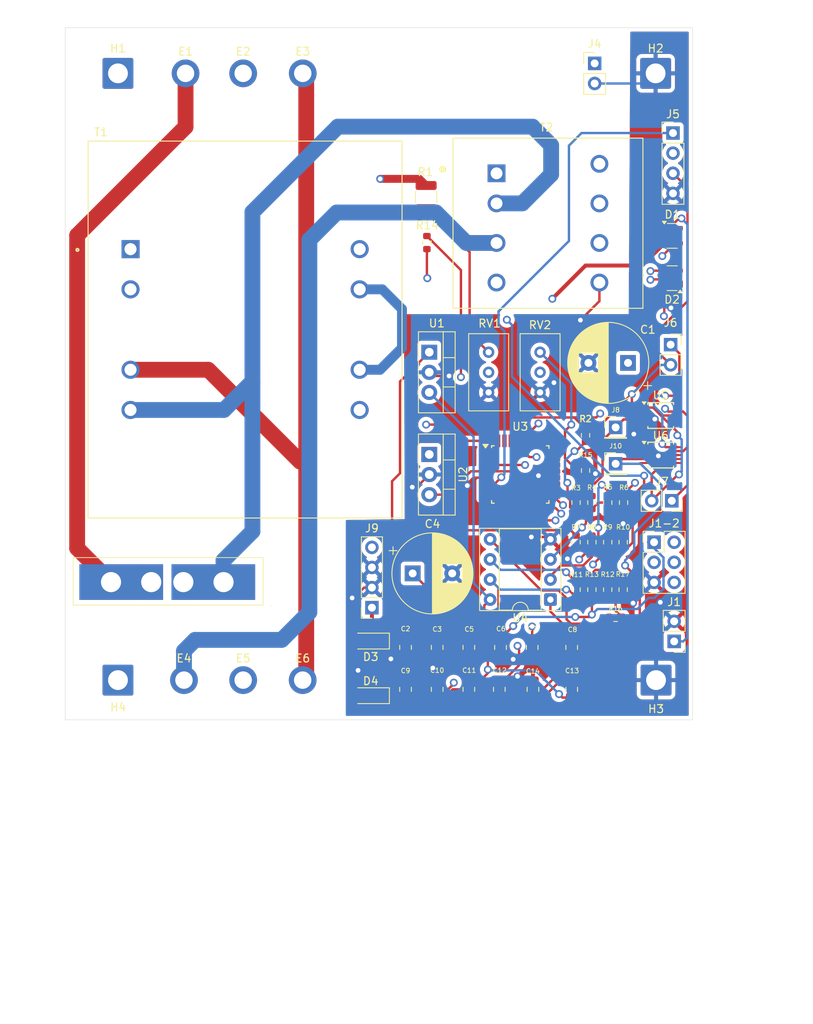
<source format=kicad_pcb>
(kicad_pcb (version 20241229) (generator "pcbnew") (generator_version "9.0")
  (layers (0 "F.Cu" signal) (4 "In1.Cu" signal) (6 "In2.Cu" signal) (2 "B.Cu" signal) (13 "F.Paste" user) (15 "B.Paste" user) (5 "F.SilkS" user "F.Silkscreen") (7 "B.SilkS" user "B.Silkscreen") (1 "F.Mask" user) (3 "B.Mask" user) (25 "Edge.Cuts" user))
  (net 0 "")
  (net 1 "GND")
  (net 2 "Net-(U4B--)")
  (net 3 "Net-(U4A-+)")
  (net 4 "Net-(D3-K)")
  (net 5 "VCC")
  (net 6 "Net-(U4B-+)")
  (net 7 "Net-(U4A--)")
  (net 8 "Net-(F1-Pad2)")
  (net 9 "5v")
  (net 10 "Net-(D1-+)")
  (net 11 "Net-(C10-Pad1)")
  (net 12 "Net-(C11-Pad1)")
  (net 14 "Net-(J1-2-Pin_3)")
  (net 16 "Net-(D1--)")
  (net 18 "Net-(D1-Pad3)")
  (net 19 "Net-(D2-Pad2)")
  (net 44 "Net-(J7-Pin_1)")
  (net 45 "Net-(J5-Pin_1)")
  (net 46 "SDA")
  (net 47 "Net-(D2-+)")
  (net 48 "Net-(C9-Pad2)")
  (net 49 "Net-(D4-K)")
  (net 50 "Net-(C12-Pad2)")
  (net 51 "Net-(C12-Pad1)")
  (net 52 "Net-(R1-Pad1)")
  (net 53 "Net-(D1-Pad2)")
  (net 54 "Net-(R1-Pad2)")
  (net 55 "Net-(P1-L)")
  (net 57 "Net-(J1-2-Pin_5)")
  (net 58 "Net-(J6-Pin_1)")
  (net 59 "Net-(J1-2-Pin_1)")
  (net 60 "Net-(R10-Pad1)")
  (net 61 "Net-(R15-Pad2)")
  (net 62 "Net-(J1-2-Pin_4)")
  (net 63 "Net-(J9-Pin_1)")
  (net 64 "Net-(P1-N)")
  (net 65 "Net-(P2-L)")
  (net 66 "Net-(J4-Pin_1)")
  (footprint "Capacitor_SMD:C_0805_2012Metric_Pad1.18x1.45mm_HandSolder" (layer "F.Cu") (at 159 128.3 -90)
    (property "Reference" "C7")
    (property "Value" "20 nF" (hide yes))
  )
  (footprint "Connector_PinSocket_2.54mm:PinSocket_1x02_P2.54mm_Vertical" (layer "F.Cu") (at 176.65 109.775 -90)
    (property "Reference" "J7")
    (property "Value" "Conn_01x02_Socket" (hide yes))
  )
  (footprint "Capacitor_SMD:C_0805_2012Metric_Pad1.18x1.45mm_HandSolder" (layer "F.Cu") (at 143 133.6 -90)
    (property "Reference" "C9")
    (property "Value" "1.5 uF" (hide yes))
  )
  (footprint "Package_SO:TSSOP-10_3x3mm_P0.5mm" (layer "F.Cu") (at 175.25 99)
    (property "Reference" "U5")
    (property "Value" "ADS1115IDGS" (hide yes))
  )
  (footprint "Capacitor_SMD:C_0805_2012Metric_Pad1.18x1.45mm_HandSolder" (layer "F.Cu") (at 151 133.6 -90)
    (property "Reference" "C11")
    (property "Value" "1.5 uF" (hide yes))
  )
  (footprint "Resistor_SMD:R_0603_1608Metric" (layer "F.Cu") (at 166.55 121 90)
    (property "Reference" "R13")
    (property "Value" "10 K" (hide yes))
  )
  (footprint "Resistor_SMD:R_0603_1608Metric" (layer "F.Cu") (at 145.7 77.15 -90)
    (property "Reference" "R14")
    (property "Value" "10 K" (hide yes))
  )
  (footprint "Package_TO_SOT_SMD:SOT-143" (layer "F.Cu") (at 176.7 81.65 180)
    (property "Reference" "D2")
    (property "Value" "BAS3007" (hide yes))
  )
  (footprint "Resistor_SMD:R_0603_1608Metric" (layer "F.Cu") (at 164.55 110 90)
    (property "Reference" "R3")
    (property "Value" "10 K" (hide yes))
  )
  (footprint "Capacitor_SMD:C_0805_2012Metric_Pad1.18x1.45mm_HandSolder" (layer "F.Cu") (at 164 128.3 -90)
    (property "Reference" "C8")
    (property "Value" "10 nF" (hide yes))
  )
  (footprint "MountingHole:MountingHole_2.2mm_M2_ISO7380_Pad_TopBottom" (layer "F.Cu") (at 122.48 55.768)
    (property "Reference" "E2")
    (property "Value" "TestPoint_Small" (hide yes))
  )
  (footprint "Resistor_SMD:R_0603_1608Metric" (layer "F.Cu") (at 170.55 110 90)
    (property "Reference" "R6")
    (property "Value" "51.1 K" (hide yes))
  )
  (footprint "Capacitor_THT:CP_Radial_D10.0mm_P5.00mm" (layer "F.Cu") (at 143.9 118.95)
    (property "Reference" "C4")
    (property "Value" "100 uF" (hide yes))
  )
  (footprint "Potentiometer_THT:Potentiometer_Bourns_3296W_Vertical" (layer "F.Cu") (at 153.5 91 90)
    (property "Reference" "RV1")
    (property "Value" "10K Pot" (hide yes))
  )
  (footprint "Resistor_SMD:R_0603_1608Metric" (layer "F.Cu") (at 170.5 121 -90)
    (property "Reference" "R17")
    (property "Value" "10 K" (hide yes))
  )
  (footprint "Package_TO_SOT_SMD:SOT-143" (layer "F.Cu") (at 176.7 76.3)
    (property "Reference" "D1")
    (property "Value" "BAS3007" (hide yes))
  )
  (footprint "Package_TO_SOT_THT:TO-220-3_Vertical" (layer "F.Cu") (at 146 91 -90)
    (property "Reference" "U1")
    (property "Value" "12 V Regulator" (hide yes))
  )
  (footprint "Package_DIP:DIP-8_W7.62mm_Socket" (layer "F.Cu") (at 161.31 122.26 180)
    (property "Reference" "U4")
    (property "Value" "LM358" (hide yes))
  )
  (footprint "Diode_SMD:D_SOD-123" (layer "F.Cu") (at 138.6 127.5 180)
    (property "Reference" "D3")
    (property "Value" "D_Zener" (hide yes))
  )
  (footprint "Connector_PinHeader_2.54mm:PinHeader_1x04_P2.54mm_Vertical" (layer "F.Cu") (at 176.8 63.31)
    (property "Reference" "J5")
    (property "Value" "Conn_01x04_Pin" (hide yes))
  )
  (footprint "Resistor_SMD:R_0603_1608Metric" (layer "F.Cu") (at 166.55 115 90)
    (property "Reference" "R8")
    (property "Value" "10 K" (hide yes))
  )
  (footprint "Capacitor_SMD:C_0805_2012Metric_Pad1.18x1.45mm_HandSolder" (layer "F.Cu") (at 164 133.6 -90)
    (property "Reference" "C13")
    (property "Value" "10 nF" (hide yes))
  )
  (footprint "Fuse:Fuseholder_Keystone_3555-2" (layer "F.Cu") (at 92 119.05)
    (property "Reference" "F1" (hide yes))
    (property "Value" "Fuse" (hide yes))
  )
  (footprint "Resistor_SMD:R_0603_1608Metric" (layer "F.Cu") (at 169.55 124.5 180)
    (property "Reference" "R16")
    (property "Value" "20 K" (hide yes))
  )
  (footprint "Capacitor_SMD:C_0805_2012Metric_Pad1.18x1.45mm_HandSolder" (layer "F.Cu") (at 151 128.3 -90)
    (property "Reference" "C5")
    (property "Value" "1 uF" (hide yes))
  )
  (footprint "MountingHole:MountingHole_2.2mm_M2_ISO7380_Pad_TopBottom" (layer "F.Cu") (at 115 132.431)
    (property "Reference" "E4")
    (property "Value" "TestPoint_Small" (hide yes))
  )
  (footprint "Connector_PinHeader_2.54mm:PinHeader_1x02_P2.54mm_Vertical" (layer "F.Cu") (at 166.9 54.51)
    (property "Reference" "J4")
    (property "Value" "Conn_01x02_Pin" (hide yes))
  )
  (footprint "Resistor_SMD:R_0603_1608Metric" (layer "F.Cu") (at 168.55 121 90)
    (property "Reference" "R12")
    (property "Value" "51.1 K" (hide yes))
  )
  (footprint "Capacitor_SMD:C_0805_2012Metric_Pad1.18x1.45mm_HandSolder" (layer "F.Cu") (at 143 128.3 -90)
    (property "Reference" "C2")
    (property "Value" "1 uF" (hide yes))
  )
  (footprint "MountingHole:MountingHole_2.2mm_M2_ISO7380_Pad_TopBottom" (layer "F.Cu") (at 130.01 55.768)
    (property "Reference" "E3")
    (property "Value" "TestPoint_Small" (hide yes))
  )
  (footprint "Resistor_SMD:R_0603_1608Metric" (layer "F.Cu") (at 165.75 101.5 90)
    (property "Reference" "R2")
    (property "Value" "10 K" (hide yes))
  )
  (footprint "Connector_Wire:SolderWire-2sqmm_1x01_D2mm_OD3.9mm" (layer "F.Cu") (at 174.659 132.431)
    (property "Reference" "H3")
    (property "Value" "Hole" (hide yes))
  )
  (footprint "Connector_PinSocket_2.54mm:PinSocket_1x04_P2.54mm_Vertical" (layer "F.Cu") (at 138.75 123.28 180)
    (property "Reference" "J9")
    (property "Value" "Conn_01x04_Socket" (hide yes))
  )
  (footprint "Connector_PinHeader_2.54mm:PinHeader_1x02_P2.54mm_Vertical" (layer "F.Cu") (at 176.95 127.54 180)
    (property "Reference" "J1")
    (property "Value" "Conn_01x02_Pin" (hide yes))
  )
  (footprint "Connector_Wire:SolderWire-2sqmm_1x01_D2mm_OD3.9mm" (layer "F.Cu") (at 106.659 55.768)
    (property "Reference" "H1")
    (property "Value" "Hole")
  )
  (footprint "Connector_PinSocket_2.54mm:PinSocket_1x02_P2.54mm_Vertical" (layer "F.Cu") (at 176.5 90.05)
    (property "Reference" "J6")
    (property "Value" "Conn_01x02_Socket" (hide yes))
  )
  (footprint "Resistor_SMD:R_0603_1608Metric" (layer "F.Cu") (at 164.55 121 -90)
    (property "Reference" "R11")
    (property "Value" "10 K" (hide yes))
  )
  (footprint "Connector_PinHeader_2.54mm:PinHeader_1x01_P2.54mm_Vertical" (layer "F.Cu") (at 169.55 105.1)
    (property "Reference" "J10")
    (property "Value" "Conn_01x01_Pin" (hide yes))
  )
  (footprint "Resistor_SMD:R_1210_3225Metric" (layer "F.Cu") (at 145.6 71.4 90)
    (property "Reference" "R1")
    (property "Value" "240 K" (hide yes))
  )
  (footprint "Potentiometer_THT:Potentiometer_Bourns_3296W_Vertical" (layer "F.Cu") (at 160 91 90)
    (property "Reference" "RV2")
    (property "Value" "10 K Pot" (hide yes))
  )
  (footprint "MountingHole:MountingHole_2.2mm_M2_ISO7380_Pad_TopBottom" (layer "F.Cu") (at 115.2 55.768)
    (property "Reference" "E1")
    (property "Value" "TestPoint_Small" (hide yes))
  )
  (footprint "Resistor_SMD:R_0603_1608Metric" (layer "F.Cu") (at 170.5 115 90)
    (property "Reference" "R10")
    (property "Value" "1 K" (hide yes))
  )
  (footprint "Resistor_SMD:R_0603_1608Metric" (layer "F.Cu") (at 166.55 110 90)
    (property "Reference" "R4")
    (property "Value" "20 K" (hide yes))
  )
  (footprint "Package_QFP:TQFP-32_7x7mm_P0.8mm" (layer "F.Cu") (at 157.5 106.45)
    (property "Reference" "U3")
    (property "Value" "ATmega328PB-A" (hide yes))
  )
  (footprint "Resistor_SMD:R_0603_1608Metric" (layer "F.Cu") (at 165.75 105.95 90)
    (property "Reference" "R15")
    (property "Value" "30" (hide yes))
  )
  (footprint "MountingHole:MountingHole_2.2mm_M2_ISO7380_Pad_TopBottom" (layer "F.Cu") (at 130 132.431)
    (property "Reference" "E6")
    (property "Value" "TestPoint_Small")
  )
  (footprint "Resistor_SMD:R_0603_1608Metric" (layer "F.Cu") (at 168.55 110 90)
    (property "Reference" "R5")
    (property "Value" "10 K" (hide yes))
  )
  (footprint "Resistor_SMD:R_0603_1608Metric" (layer "F.Cu") (at 168.55 115 -90)
    (property "Reference" "R9")
    (property "Value" "3 K" (hide yes))
  )
  (footprint "Package_TO_SOT_THT:TO-220-3_Vertical" (layer "F.Cu") (at 146 103.92 -90)
    (property "Reference" "U2")
    (property "Value" "5 V Regulator" (hide yes))
  )
  (footprint "Connector_PinHeader_2.54mm:PinHeader_1x01_P2.54mm_Vertical" (layer "F.Cu") (at 169.55 100.5)
    (property "Reference" "J8")
    (property "Value" "Conn_01x01_Pin" (hide yes))
  )
  (footprint "Connector_PinHeader_2.54mm:PinHeader_2x03_P2.54mm_Vertical" (layer "F.Cu") (at 174.41 115.01)
    (property "Reference" "J1-2")
    (property "Value" "Conn_02x03_Odd_Even" (hide yes))
  )
  (footprint "Custom Transformers:XFMR_CSE185L" (layer "F.Cu") (at 161 74.7)
    (property "Reference" "T2")
    (property "Value" "CSE185L" (hide yes))
  )
  (footprint "Capacitor_SMD:C_0805_2012Metric_Pad1.18x1.45mm_HandSolder" (layer "F.Cu") (at 155 128.3 -90)
    (property "Reference" "C6")
    (property "Value" "1 uF" (hide yes))
  )
  (footprint "Package_SO:TSSOP-10_3x3mm_P0.5mm" (layer "F.Cu") (at 175.25 104)
    (property "Reference" "U6")
    (property "Value" "ADS1115IDGS" (hide yes))
  )
  (footprint "Connector_Wire:SolderWire-2sqmm_1x01_D2mm_OD3.9mm" (layer "F.Cu") (at 174.603 55.768)
    (property "Reference" "H2")
    (property "Value" "Hole")
  )
  (footprint "Custom Transformers:XFMR_VPP12-800" (layer "F.Cu") (at 122.722 88.14)
    (property "Reference" "T1")
    (property "Value" "VPP12-800" (hide yes))
  )
  (footprint "Diode_SMD:D_SOD-123" (layer "F.Cu") (at 138.6 134.4 180)
    (property "Reference" "D4")
    (property "Value" "D_Zener" (hide yes))
  )
  (footprint "Capacitor_SMD:C_0805_2012Metric_Pad1.18x1.45mm_HandSolder" (layer "F.Cu") (at 147 128.3 -90)
    (property "Reference" "C3")
    (property "Value" "1 uF" (hide yes))
  )
  (footprint "Capacitor_SMD:C_0805_2012Metric_Pad1.18x1.45mm_HandSolder" (layer "F.Cu") (at 159.1 133.6 -90)
    (property "Reference" "C14")
    (property "Value" "22 nF" (hide yes))
  )
  (footprint "MountingHole:MountingHole_2.2mm_M2_ISO7380_Pad_TopBottom" (layer "F.Cu") (at 122.48 132.431)
    (property "Reference" "E5")
    (property "Value" "TestPoint_Small")
  )
  (footprint "Connector_Wire:SolderWire-2sqmm_1x01_D2mm_OD3.9mm" (layer "F.Cu") (at 106.659 132.431)
    (property "Reference" "H4")
    (property "Value" "Hole" (hide yes))
  )
  (footprint "Capacitor_THT:CP_Radial_D10.0mm_P5.00mm" (layer "F.Cu") (at 171.117677 92.35 180)
    (property "Reference" "C1")
    (property "Value" "100 uF" (hide yes))
  )
  (footprint "Resistor_SMD:R_0603_1608Metric" (layer "F.Cu") (at 164.55 115 -90)
    (property "Reference" "R7")
    (property "Value" "10 K" (hide yes))
  )
  (footprint "Capacitor_SMD:C_0805_2012Metric_Pad1.18x1.45mm_HandSolder" (layer "F.Cu") (at 154.85 133.6 -90)
    (property "Reference" "C12")
    (property "Value" "1.5 uF" (hide yes))
  )
  (footprint "Capacitor_SMD:C_0805_2012Metric_Pad1.18x1.45mm_HandSolder" (layer "F.Cu") (at 147 133.6 90)
    (property "Reference" "C10")
    (property "Value" "1.5 uF" (hide yes))
  )
  (gr_rect (start 100 50) (end 179.28 137.4522) (stroke (width 0.05)) (fill no) (layer "Edge.Cuts"))
  (segment (start 173.85 103) (end 173.1 103) (width 0.3) (layer "F.Cu") (net 1))
  (segment (start 151.8 106.85) (end 153.25 106.85) (width 0.3) (layer "F.Cu") (net 1))
  (segment (start 165.1 86.95) (end 167.5 84.55) (width 0.3) (layer "F.Cu") (net 1))
  (segment (start 167 106.35) (end 166.175 106.35) (width 0.3) (layer "F.Cu") (net 1))
  (segment (start 136.95 134.4) (end 136.95 131.25) (width 0.3) (layer "F.Cu") (net 1))
  (segment (start 174.95 104.1) (end 173.2 104) (width 0.3) (layer "F.Cu") (net 1))
  (segment (start 146.46 94) (end 146 93.54) (width 0.3) (layer "F.Cu") (net 1))
  (segment (start 161.75 94.85) (end 161.23 94.85) (width 0.3) (layer "F.Cu") (net 1))
  (segment (start 143.85 108.05) (end 144.41 108.05) (width 0.3) (layer "F.Cu") (net 1))
  (segment (start 137.76 120.74) (end 138.75 120.74) (width 0.3) (layer "F.Cu") (net 1))
  (segment (start 171.85 101.35) (end 171.85 101.75) (width 0.3) (layer "F.Cu") (net 1))
  (segment (start 171.75 122.7) (end 171.375 122.7) (width 0.3) (layer "F.Cu") (net 1))
  (segment (start 136.25 122.05) (end 136.45 122.05) (width 0.3) (layer "F.Cu") (net 1))
  (segment (start 163.45 116.925) (end 164.55 115.825) (width 0.3) (layer "F.Cu") (net 1))
  (segment (start 177.7 84.25) (end 177.7 82.4) (width 0.3) (layer "F.Cu") (net 1))
  (segment (start 170.5 112.65) (end 170.5 114.175) (width 0.3) (layer "F.Cu") (net 1))
  (segment (start 136.95 131.25) (end 137 131.2) (width 0.3) (layer "F.Cu") (net 1))
  (segment (start 174.95 104.1) (end 173.85 103) (width 0.3) (layer "F.Cu") (net 1))
  (segment (start 136.45 122.05) (end 137.76 120.74) (width 0.3) (layer "F.Cu") (net 1))
  (segment (start 167.5 84.55) (end 167.5 82.2) (width 0.3) (layer "F.Cu") (net 1))
  (segment (start 176.55 85.4) (end 177.7 84.25) (width 0.3) (layer "F.Cu") (net 1))
  (segment (start 158.9 114.35) (end 161.02 114.35) (width 0.3) (layer "F.Cu") (net 1))
  (segment (start 160.35 106.05) (end 161.75 106.05) (width 0.3) (layer "F.Cu") (net 1))
  (segment (start 174.05 99) (end 173.1 99) (width 0.3) (layer "F.Cu") (net 1))
  (segment (start 166.175 106.35) (end 165.75 106.775) (width 0.3) (layer "F.Cu") (net 1))
  (segment (start 159.8 106.6) (end 160.35 106.05) (width 0.3) (layer "F.Cu") (net 1))
  (segment (start 144.41 108.05) (end 146 106.46) (width 0.3) (layer "F.Cu") (net 1))
  (segment (start 171.375 122.7) (end 170.5 121.825) (width 0.3) (layer "F.Cu") (net 1))
  (segment (start 163.45 117.1) (end 163.45 116.925) (width 0.3) (layer "F.Cu") (net 1))
  (segment (start 148.5 94) (end 146.46 94) (width 0.3) (layer "F.Cu") (net 1))
  (segment (start 174.5 99.45) (end 174.05 99) (width 0.3) (layer "F.Cu") (net 1))
  (segment (start 161.23 94.85) (end 160 96.08) (width 0.3) (layer "F.Cu") (net 1))
  (segment (start 150.8 107.85) (end 151.8 106.85) (width 0.3) (layer "F.Cu") (net 1))
  (segment (start 142.5875 129.75) (end 143 129.3375) (width 0.3) (layer "F.Cu") (net 1))
  (segment (start 161.02 114.35) (end 161.31 114.64) (width 0.3) (layer "F.Cu") (net 1))
  (segment (start 141.15 129.75) (end 142.5875 129.75) (width 0.3) (layer "F.Cu") (net 1))
  (segment (start 171.85 101.75) (end 173.1 103) (width 0.3) (layer "F.Cu") (net 1))
  (via (at 167 106.35) (size 1) (drill 0.6) (layers "F.Cu" "B.Cu") (net 1))
  (via (at 176.55 85.4) (size 1) (drill 0.6) (layers "F.Cu" "B.Cu") (net 1))
  (via (at 174.5 99.45) (size 1) (drill 0.6) (layers "F.Cu" "B.Cu") (net 1))
  (via (at 165.1 86.95) (size 1) (drill 0.6) (layers "F.Cu" "B.Cu") (net 1))
  (via (at 163.45 117.1) (size 1) (drill 0.6) (layers "F.Cu" "B.Cu") (net 1))
  (via (at 170.5 112.65) (size 1) (drill 0.6) (layers "F.Cu" "B.Cu") (net 1))
  (via (at 148.5 94) (size 1) (drill 0.6) (layers "F.Cu" "B.Cu") (net 1))
  (via (at 156.6 129.8) (size 1) (drill 0.6) (layers "F.Cu" "B.Cu") (net 1))
  (via (at 175.2 122.6) (size 1) (drill 0.6) (layers "F.Cu" "B.Cu") (net 1))
  (via (at 159.8 106.6) (size 1) (drill 0.6) (layers "F.Cu" "B.Cu") (net 1))
  (via (at 136.25 122.05) (size 1) (drill 0.6) (layers "F.Cu" "B.Cu") (net 1))
  (via (at 137 131.2) (size 1) (drill 0.6) (layers "F.Cu" "B.Cu") (net 1))
  (via (at 171.85 101.35) (size 1) (drill 0.6) (layers "F.Cu" "B.Cu") (net 1))
  (via (at 150.8 107.85) (size 1) (drill 0.6) (layers "F.Cu" "B.Cu") (net 1))
  (via (at 174.95 104.1) (size 1) (drill 0.6) (layers "F.Cu" "B.Cu") (net 1))
  (via (at 158.9 114.35) (size 1) (drill 0.6) (layers "F.Cu" "B.Cu") (net 1))
  (via (at 141.15 129.75) (size 1) (drill 0.6) (layers "F.Cu" "B.Cu") (net 1))
  (via (at 146.45 130.9) (size 1) (drill 0.6) (layers "F.Cu" "B.Cu") (net 1))
  (via (at 171.75 122.7) (size 1) (drill 0.6) (layers "F.Cu" "B.Cu") (net 1))
  (via (at 157.15 131.95) (size 1) (drill 0.6) (layers "F.Cu" "B.Cu") (net 1))
  (via (at 143.85 108.05) (size 1) (drill 0.6) (layers "F.Cu" "B.Cu") (net 1))
  (via (at 161.75 94.85) (size 1) (drill 0.6) (layers "F.Cu" "B.Cu") (net 1))
  (segment (start 173.321 57.05) (end 166.9 57.05) (width 0.3) (layer "B.Cu") (net 1))
  (segment (start 174.603 55.768) (end 173.321 57.05) (width 0.3) (layer "B.Cu") (net 1))
  (segment (start 150 80.625) (end 145.7 76.325) (width 0.3) (layer "F.Cu") (net 2))
  (segment (start 164.55 120.05) (end 163.3 118.8) (width 0.3) (layer "F.Cu") (net 2))
  (segment (start 150 94.15) (end 150 80.625) (width 0.3) (layer "F.Cu") (net 2))
  (segment (start 164.55 120.175) (end 164.55 120.05) (width 0.3) (layer "F.Cu") (net 2))
  (via (at 163.3 118.8) (size 1) (drill 0.6) (layers "F.Cu" "B.Cu") (net 2))
  (via (at 150 94.15) (size 1) (drill 0.6) (layers "F.Cu" "B.Cu") (net 2))
  (segment (start 163.3 118.8) (end 163 118.5) (width 0.3) (layer "B.Cu") (net 2))
  (segment (start 163 118.5) (end 155.01 118.5) (width 0.3) (layer "B.Cu") (net 2))
  (segment (start 155.01 118.5) (end 153.69 117.18) (width 0.3) (layer "B.Cu") (net 2))
  (segment (start 165.3 113.15) (end 165.801 112.649) (width 0.3) (layer "F.Cu") (net 3))
  (segment (start 164 127.2625) (end 159 127.2625) (width 0.3) (layer "F.Cu") (net 3))
  (segment (start 165.801 112.649) (end 165.801 109.924) (width 0.3) (layer "F.Cu") (net 3))
  (segment (start 159 127.2625) (end 159 125.65) (width 0.3) (layer "F.Cu") (net 3))
  (segment (start 165.801 109.924) (end 166.55 109.175) (width 0.3) (layer "F.Cu") (net 3))
  (via (at 159 125.65) (size 1) (drill 0.6) (layers "F.Cu" "B.Cu") (net 3))
  (via (at 165.3 113.15) (size 1) (drill 0.6) (layers "F.Cu" "B.Cu") (net 3))
  (segment (start 165.3 113.15) (end 165.3 113.19) (width 0.3) (layer "B.Cu") (net 3))
  (segment (start 165.3 113.19) (end 161.31 117.18) (width 0.3) (layer "B.Cu") (net 3))
  (segment (start 173.1 99.5) (end 170.55 99.5) (width 0.3) (layer "F.Cu") (net 4))
  (segment (start 141.85 122.25) (end 141.85 116.3) (width 0.3) (layer "F.Cu") (net 4))
  (segment (start 167.049 107.438925) (end 167.488925 106.999) (width 0.3) (layer "F.Cu") (net 4))
  (segment (start 145.35 125.75) (end 141.85 122.25) (width 0.3) (layer "F.Cu") (net 4))
  (segment (start 167.9 102.15) (end 169.55 100.5) (width 0.3) (layer "F.Cu") (net 4))
  (segment (start 165.85 108.65) (end 167.049 107.451) (width 0.3) (layer "F.Cu") (net 4))
  (segment (start 170.55 99.5) (end 169.55 100.5) (width 0.3) (layer "F.Cu") (net 4))
  (segment (start 167.501 106.999) (end 167.9 106.6) (width 0.3) (layer "F.Cu") (net 4))
  (segment (start 163.875 113.5) (end 164.55 114.175) (width 0.3) (layer "F.Cu") (net 4))
  (segment (start 140.9 131.15) (end 140.25 130.5) (width 0.3) (layer "F.Cu") (net 4))
  (segment (start 143.95 131.15) (end 145.35 129.75) (width 0.3) (layer "F.Cu") (net 4))
  (segment (start 165.4 111.2) (end 165.4 110.025) (width 0.3) (layer "F.Cu") (net 4))
  (segment (start 141.85 116.3) (end 144.65 113.5) (width 0.3) (layer "F.Cu") (net 4))
  (segment (start 162.85 113.5) (end 163.1 113.5) (width 0.3) (layer "F.Cu") (net 4))
  (segment (start 163.1 113.5) (end 165.4 111.2) (width 0.3) (layer "F.Cu") (net 4))
  (segment (start 145.5875 131.15) (end 143.25 131.15) (width 0.3) (layer "F.Cu") (net 4))
  (segment (start 167.049 107.451) (end 167.049 107.438925) (width 0.3) (layer "F.Cu") (net 4))
  (segment (start 164.55 109.175) (end 165.075 108.65) (width 0.3) (layer "F.Cu") (net 4))
  (segment (start 162.85 113.5) (end 163.875 113.5) (width 0.3) (layer "F.Cu") (net 4))
  (segment (start 147 132.5625) (end 145.5875 131.15) (width 0.3) (layer "F.Cu") (net 4))
  (segment (start 167.488925 106.999) (end 167.501 106.999) (width 0.3) (layer "F.Cu") (net 4))
  (segment (start 165.4 110.025) (end 164.55 109.175) (width 0.3) (layer "F.Cu") (net 4))
  (segment (start 144.65 113.5) (end 162.85 113.5) (width 0.3) (layer "F.Cu") (net 4))
  (segment (start 140.25 130.5) (end 140.25 127.5) (width 0.3) (layer "F.Cu") (net 4))
  (segment (start 143.25 131.15) (end 143.95 131.15) (width 0.3) (layer "F.Cu") (net 4))
  (segment (start 167.9 106.6) (end 167.9 102.15) (width 0.3) (layer "F.Cu") (net 4))
  (segment (start 165.075 108.65) (end 165.85 108.65) (width 0.3) (layer "F.Cu") (net 4))
  (segment (start 143.25 131.15) (end 140.9 131.15) (width 0.3) (layer "F.Cu") (net 4))
  (segment (start 145.35 129.75) (end 145.35 125.75) (width 0.3) (layer "F.Cu") (net 4))
  (segment (start 152.95 127.2) (end 152.95 123) (width 0.3) (layer "F.Cu") (net 5))
  (segment (start 147.9375 128.2) (end 151.95 128.2) (width 0.3) (layer "F.Cu") (net 5))
  (segment (start 151.95 128.2) (end 152.95 127.2) (width 0.3) (layer "F.Cu") (net 5))
  (segment (start 152.95 123) (end 153.69 122.26) (width 0.3) (layer "F.Cu") (net 5))
  (segment (start 167.8 116.706873) (end 167.8 114.925) (width 0.3) (layer "F.Cu") (net 5))
  (segment (start 147 127.2625) (end 147.9375 128.2) (width 0.3) (layer "F.Cu") (net 5))
  (segment (start 166.689648 117.817225) (end 167.8 116.706873) (width 0.3) (layer "F.Cu") (net 5))
  (segment (start 167.8 114.925) (end 168.55 114.175) (width 0.3) (layer "F.Cu") (net 5))
  (via (at 166.689648 117.817225) (size 1) (drill 0.6) (layers "F.Cu" "B.Cu") (net 5))
  (segment (start 151.6 120.17) (end 151.6 101.68) (width 0.3) (layer "B.Cu") (net 5))
  (segment (start 153.69 122.26) (end 151.6 120.17) (width 0.3) (layer "B.Cu") (net 5))
  (segment (start 151.6 101.68) (end 146 96.08) (width 0.3) (layer "B.Cu") (net 5))
  (segment (start 163.35 124.75) (end 163.35 122.1) (width 0.3) (layer "F.Cu") (net 6))
  (segment (start 162.35 121.1) (end 160.15 121.1) (width 0.3) (layer "F.Cu") (net 6))
  (segment (start 168.725 127.8375) (end 164 132.5625) (width 0.3) (layer "F.Cu") (net 6))
  (segment (start 159.1 134.6375) (end 160.4125 134.6375) (width 0.3) (layer "F.Cu") (net 6))
  (segment (start 168.725 124.5) (end 167.925 125.3) (width 0.3) (layer "F.Cu") (net 6))
  (segment (start 167.925 125.3) (end 163.9 125.3) (width 0.3) (layer "F.Cu") (net 6))
  (segment (start 160.15 121.1) (end 153.69 114.64) (width 0.3) (layer "F.Cu") (net 6))
  (segment (start 162.4875 132.5625) (end 164 132.5625) (width 0.3) (layer "F.Cu") (net 6))
  (segment (start 168.725 124.5) (end 168.725 127.8375) (width 0.3) (layer "F.Cu") (net 6))
  (segment (start 163.9 125.3) (end 163.35 124.75) (width 0.3) (layer "F.Cu") (net 6))
  (segment (start 160.4125 134.6375) (end 162.4875 132.5625) (width 0.3) (layer "F.Cu") (net 6))
  (segment (start 163.35 122.1) (end 162.35 121.1) (width 0.3) (layer "F.Cu") (net 6))
  (segment (start 161.31 119.29) (end 162.65 117.95) (width 0.3) (layer "F.Cu") (net 7))
  (segment (start 165.45 117.95) (end 166.55 116.85) (width 0.3) (layer "F.Cu") (net 7))
  (segment (start 161.31 119.72) (end 161.31 119.29) (width 0.3) (layer "F.Cu") (net 7))
  (segment (start 167.8 107.75) (end 168.55 108.5) (width 0.3) (layer "F.Cu") (net 7))
  (segment (start 168.55 108.5) (end 168.55 109.175) (width 0.3) (layer "F.Cu") (net 7))
  (segment (start 162.65 117.95) (end 165.45 117.95) (width 0.3) (layer "F.Cu") (net 7))
  (segment (start 166.55 116.85) (end 166.55 115.825) (width 0.3) (layer "F.Cu") (net 7))
  (segment (start 167.369669 115.005331) (end 167.369669 113.180331) (width 0.3) (layer "F.Cu") (net 7))
  (segment (start 166.55 115.825) (end 167.369669 115.005331) (width 0.3) (layer "F.Cu") (net 7))
  (via (at 167.369669 113.180331) (size 1) (drill 0.6) (layers "F.Cu" "B.Cu") (net 7))
  (via (at 167.8 107.75) (size 1) (drill 0.6) (layers "F.Cu" "B.Cu") (net 7))
  (segment (start 167.369669 108.180331) (end 167.8 107.75) (width 0.3) (layer "B.Cu") (net 7))
  (segment (start 167.369669 113.180331) (end 167.369669 108.180331) (width 0.3) (layer "B.Cu") (net 7))
  (segment (start 120 117.3) (end 120 120.05) (width 2) (layer "B.Cu") (net 8))
  (segment (start 123.65 94.7) (end 123.65 73.3) (width 2) (layer "B.Cu") (net 8))
  (segment (start 123.65 113.65) (end 120 117.3) (width 2) (layer "B.Cu") (net 8))
  (segment (start 123.65 94.7) (end 123.65 113.65) (width 2) (layer "B.Cu") (net 8))
  (segment (start 120.05 98.3) (end 123.65 94.7) (width 2) (layer "B.Cu") (net 8))
  (segment (start 120 118.71) (end 120.04 118.75) (width 2) (layer "B.Cu") (net 8))
  (segment (start 161.4 64.85) (end 161.4 68.55) (width 2) (layer "B.Cu") (net 8))
  (segment (start 123.65 73.3) (end 134.45 62.5) (width 2) (layer "B.Cu") (net 8))
  (segment (start 157.75 72.2) (end 154.5 72.2) (width 2) (layer "B.Cu") (net 8))
  (segment (start 108.244 98.3) (end 120.05 98.3) (width 2) (layer "B.Cu") (net 8))
  (segment (start 161.4 68.55) (end 157.75 72.2) (width 2) (layer "B.Cu") (net 8))
  (segment (start 134.45 62.5) (end 159.05 62.5) (width 2) (layer "B.Cu") (net 8))
  (segment (start 159.05 62.5) (end 161.4 64.85) (width 2) (layer "B.Cu") (net 8))
  (segment (start 155 127.2) (end 156.6 125.6) (width 0.3) (layer "F.Cu") (net 9))
  (segment (start 158.85 108.45) (end 156.45 106.05) (width 0.3) (layer "F.Cu") (net 9))
  (segment (start 177.35 101.5) (end 177.35 101.073) (width 0.3) (layer "F.Cu") (net 9))
  (segment (start 164.575 103.5) (end 165.75 102.325) (width 0.3) (layer "F.Cu") (net 9))
  (segment (start 162.55 108.45) (end 161.75 108.45) (width 0.3) (layer "F.Cu") (net 9))
  (segment (start 148.3 109) (end 146 109) (width 0.3) (layer "F.Cu") (net 9))
  (segment (start 155 127.2625) (end 155 127.2) (width 0.3) (layer "F.Cu") (net 9))
  (segment (start 178.629 70.219) (end 178.629 84.571) (width 0.3) (layer "F.Cu") (net 9))
  (segment (start 175.277 99) (end 175.0885 98.8115) (width 0.3) (layer "F.Cu") (net 9))
  (segment (start 163.8 110.6) (end 164.025 110.825) (width 0.3) (layer "F.Cu") (net 9))
  (segment (start 156.45 106.05) (end 153.25 106.05) (width 0.3) (layer "F.Cu") (net 9))
  (segment (start 174.95 88.25) (end 174.95 91.04) (width 0.3) (layer "F.Cu") (net 9))
  (segment (start 177.435 106.45) (end 177.55 106.45) (width 0.3) (layer "F.Cu") (net 9))
  (segment (start 163.8 110.6) (end 163.8 109.7) (width 0.3) (layer "F.Cu") (net 9))
  (segment (start 174.11 109.775) (end 174.11 106.44) (width 0.3) (layer "F.Cu") (net 9))
  (segment (start 163.475 107.525) (end 163.45 107.5) (width 0.3) (layer "F.Cu") (net 9))
  (segment (start 172.3 98) (end 173.1 98) (width 0.3) (layer "F.Cu") (net 9))
  (segment (start 166.25 124.45) (end 164.45 124.45) (width 0.3) (layer "F.Cu") (net 9))
  (segment (start 166.55 124.15) (end 166.55 121.825) (width 0.3) (layer "F.Cu") (net 9))
  (segment (start 174.277 98) (end 173.1 98) (width 0.3) (layer "F.Cu") (net 9))
  (segment (start 166.55 124.15) (end 166.25 124.45) (width 0.3) (layer "F.Cu") (net 9))
  (segment (start 164.35 103.5) (end 164.575 103.5) (width 0.3) (layer "F.Cu") (net 9))
  (segment (start 165.75 102.098) (end 171.548 96.3) (width 0.3) (layer "F.Cu") (net 9))
  (segment (start 161.75 108.45) (end 158.85 108.45) (width 0.3) (layer "F.Cu") (net 9))
  (segment (start 171.6 97.3) (end 172.3 98) (width 0.3) (layer "F.Cu") (net 9))
  (segment (start 174.11 109.775) (end 177.435 106.45) (width 0.3) (layer "F.Cu") (net 9))
  (segment (start 163.8 109.7) (end 163.475 109.375) (width 0.3) (layer "F.Cu") (net 9))
  (segment (start 178.629 84.571) (end 174.95 88.25) (width 0.3) (layer "F.Cu") (net 9))
  (segment (start 171.6 96.3) (end 171.6 97.3) (width 0.3) (layer "F.Cu") (net 9))
  (segment (start 175.0885 98.8115) (end 174.277 98) (width 0.3) (layer "F.Cu") (net 9))
  (segment (start 176.8 68.39) (end 178.629 70.219) (width 0.3) (layer "F.Cu") (net 9))
  (segment (start 177.4 99) (end 175.277 99) (width 0.3) (layer "F.Cu") (net 9))
  (segment (start 164.025 110.825) (end 164.55 110.825) (width 0.3) (layer "F.Cu") (net 9))
  (segment (start 163.475 109.375) (end 163.475 107.525) (width 0.3) (layer "F.Cu") (net 9))
  (segment (start 165.75 102.325) (end 165.75 102.098) (width 0.3) (layer "F.Cu") (net 9))
  (segment (start 153.25 106.05) (end 151.25 106.05) (width 0.3) (layer "F.Cu") (net 9))
  (segment (start 171.548 96.3) (end 171.6 96.3) (width 0.3) (layer "F.Cu") (net 9))
  (segment (start 163.475 109.375) (end 162.55 108.45) (width 0.3) (layer "F.Cu") (net 9))
  (segment (start 174.95 91.04) (end 176.5 92.59) (width 0.3) (layer "F.Cu") (net 9))
  (segment (start 177.35 101.073) (end 175.0885 98.8115) (width 0.3) (layer "F.Cu") (net 9))
  (segment (start 174.11 106.44) (end 176.55 104) (width 0.3) (layer "F.Cu") (net 9))
  (segment (start 176.55 104) (end 177.4 104) (width 0.3) (layer "F.Cu") (net 9))
  (segment (start 151.25 106.05) (end 148.3 109) (width 0.3) (layer "F.Cu") (net 9))
  (via (at 166.55 124.15) (size 1) (drill 0.6) (layers "F.Cu" "B.Cu") (net 9))
  (via (at 177.35 101.5) (size 1) (drill 0.6) (layers "F.Cu" "B.Cu") (net 9))
  (via (at 164.45 124.45) (size 1) (drill 0.6) (layers "F.Cu" "B.Cu") (net 9))
  (via (at 171.6 96.3) (size 1) (drill 0.6) (layers "F.Cu" "B.Cu") (net 9))
  (via (at 177.55 106.45) (size 1) (drill 0.6) (layers "F.Cu" "B.Cu") (net 9))
  (via (at 163.45 107.5) (size 1) (drill 0.6) (layers "F.Cu" "B.Cu") (net 9))
  (via (at 164.35 103.5) (size 1) (drill 0.6) (layers "F.Cu" "B.Cu") (net 9))
  (via (at 156.6 125.6) (size 1) (drill 0.6) (layers "F.Cu" "B.Cu") (net 9))
  (segment (start 175.3 92.6) (end 176.49 92.6) (width 0.3) (layer "B.Cu") (net 9))
  (segment (start 157.75 124.45) (end 164.45 124.45) (width 0.3) (layer "B.Cu") (net 9))
  (segment (start 163.149 107.199) (end 163.149 104.701) (width 0.3) (layer "B.Cu") (net 9))
  (segment (start 177.9 106.1) (end 177.9 102.05) (width 0.3) (layer "B.Cu") (net 9))
  (segment (start 171.6 96.3) (end 175.3 92.6) (width 0.3) (layer "B.Cu") (net 9))
  (segment (start 173.7 122.05) (end 172.3 123.45) (width 0.3) (layer "B.Cu") (net 9))
  (segment (start 177.9 102.05) (end 177.3 101.45) (width 0.3) (layer "B.Cu") (net 9))
  (segment (start 174.45 122.05) (end 173.7 122.05) (width 0.3) (layer "B.Cu") (net 9))
  (segment (start 175.6 116.95) (end 175.6 120.9) (width 0.3) (layer "B.Cu") (net 9))
  (segment (start 176.49 92.6) (end 176.5 92.59) (width 0.3) (layer "B.Cu") (net 9))
  (segment (start 175.6 120.9) (end 174.45 122.05) (width 0.3) (layer "B.Cu") (net 9))
  (segment (start 156.6 125.6) (end 157.75 124.45) (width 0.3) (layer "B.Cu") (net 9))
  (segment (start 167.25 123.45) (end 166.55 124.15) (width 0.3) (layer "B.Cu") (net 9))
  (segment (start 172.3 123.45) (end 167.25 123.45) (width 0.3) (layer "B.Cu") (net 9))
  (segment (start 163.45 107.5) (end 163.149 107.199) (width 0.3) (layer "B.Cu") (net 9))
  (segment (start 177.3 101.45) (end 177.35 101.5) (width 0.3) (layer "B.Cu") (net 9))
  (segment (start 163.149 104.701) (end 164.35 103.5) (width 0.3) (layer "B.Cu") (net 9))
  (segment (start 177.55 106.45) (end 177.9 106.1) (width 0.3) (layer "B.Cu") (net 9))
  (segment (start 173.65 115) (end 175.6 116.95) (width 0.3) (layer "B.Cu") (net 9))
  (segment (start 141.3 107.3) (end 142.3 106.3) (width 0.3) (layer "F.Cu") (net 10))
  (segment (start 141.3 125.5625) (end 141.3 107.3) (width 0.3) (layer "F.Cu") (net 10))
  (segment (start 176.8 77.5) (end 176.8 76.25) (width 0.3) (layer "F.Cu") (net 10))
  (segment (start 142.3 106.3) (end 142.3 94.7) (width 0.3) (layer "F.Cu") (net 10))
  (segment (start 175.45 78.85) (end 176.8 77.5) (width 0.3) (layer "F.Cu") (net 10))
  (segment (start 143 127.2625) (end 141.3 125.5625) (width 0.3) (layer "F.Cu") (net 10))
  (segment (start 176.8 76.25) (end 177.7 75.35) (width 0.3) (layer "F.Cu") (net 10))
  (segment (start 142.3 94.7) (end 146 91) (width 0.3) (layer "F.Cu") (net 10))
  (via (at 175.45 78.85) (size 1) (drill 0.6) (layers "F.Cu" "B.Cu") (net 10))
  (segment (start 164.944669 117.2) (end 165.65 116.494669) (width 0.3) (layer "F.Cu") (net 11))
  (segment (start 164 129.3375) (end 165.35 127.9875) (width 0.3) (layer "F.Cu") (net 11))
  (segment (start 164.95 125.7) (end 163.25 125.7) (width 0.3) (layer "F.Cu") (net 11))
  (segment (start 161.31 123.76) (end 161.31 122.26) (width 0.3) (layer "F.Cu") (net 11))
  (segment (start 165.35 127.9875) (end 165.35 126.1) (width 0.3) (layer "F.Cu") (net 11))
  (segment (start 163.25 125.7) (end 161.31 123.76) (width 0.3) (layer "F.Cu") (net 11))
  (segment (start 147 134.6375) (end 147.9125 134.6375) (width 0.3) (layer "F.Cu") (net 11))
  (segment (start 148.95 133.6) (end 160.35 133.6) (width 0.3) (layer "F.Cu") (net 11))
  (segment (start 160.35 133.6) (end 164 129.95) (width 0.3) (layer "F.Cu") (net 11))
  (segment (start 165.65 115.075) (end 166.55 114.175) (width 0.3) (layer "F.Cu") (net 11))
  (segment (start 165.35 126.1) (end 164.95 125.7) (width 0.3) (layer "F.Cu") (net 11))
  (segment (start 165.65 116.494669) (end 165.65 115.075) (width 0.3) (layer "F.Cu") (net 11))
  (segment (start 147.9125 134.6375) (end 148.95 133.6) (width 0.3) (layer "F.Cu") (net 11))
  (segment (start 164 129.95) (end 164 129.3375) (width 0.3) (layer "F.Cu") (net 11))
  (via (at 164.944669 117.2) (size 1) (drill 0.6) (layers "F.Cu" "B.Cu") (net 11))
  (segment (start 163.305331 120.994669) (end 163.594669 120.994669) (width 0.3) (layer "F.Cu") (net 12))
  (segment (start 152.3875 132.5625) (end 151 132.5625) (width 0.3) (layer "F.Cu") (net 12))
  (segment (start 153.4 131.55) (end 152.3875 132.5625) (width 0.3) (layer "F.Cu") (net 12))
  (segment (start 163.594669 120.994669) (end 164.425 121.825) (width 0.3) (layer "F.Cu") (net 12))
  (segment (start 164 134.6375) (end 162.8375 134.6375) (width 0.3) (layer "F.Cu") (net 12))
  (segment (start 154.741 120.771) (end 153.69 119.72) (width 0.3) (layer "F.Cu") (net 12))
  (segment (start 153.4 131.1) (end 153.4 127.3171) (width 0.3) (layer "F.Cu") (net 12))
  (segment (start 162.8375 134.6375) (end 162.4 134.2) (width 0.3) (layer "F.Cu") (net 12))
  (segment (start 153.4 127.3171) (end 154.741 125.9761) (width 0.3) (layer "F.Cu") (net 12))
  (segment (start 153.4 131.1) (end 153.4 131.55) (width 0.3) (layer "F.Cu") (net 12))
  (segment (start 154.741 125.9761) (end 154.741 120.771) (width 0.3) (layer "F.Cu") (net 12))
  (segment (start 164.425 121.825) (end 164.55 121.825) (width 0.3) (layer "F.Cu") (net 12))
  (via (at 162.4 134.2) (size 1) (drill 0.6) (layers "F.Cu" "B.Cu") (net 12))
  (via (at 163.305331 120.994669) (size 1) (drill 0.6) (layers "F.Cu" "B.Cu") (net 12))
  (via (at 153.4 131.1) (size 1) (drill 0.6) (layers "F.Cu" "B.Cu") (net 12))
  (segment (start 153.4 131.1) (end 153.5 131.2) (width 0.3) (layer "B.Cu") (net 12))
  (segment (start 162.8 121) (end 154.97 121) (width 0.3) (layer "B.Cu") (net 12))
  (segment (start 162.805331 120.994669) (end 162.8 121) (width 0.3) (layer "B.Cu") (net 12))
  (segment (start 159.4 131.2) (end 162.4 134.2) (width 0.3) (layer "B.Cu") (net 12))
  (segment (start 153.5 131.2) (end 159.4 131.2) (width 0.3) (layer "B.Cu") (net 12))
  (segment (start 163.305331 120.994669) (end 162.805331 120.994669) (width 0.3) (layer "B.Cu") (net 12))
  (segment (start 154.97 121) (end 153.69 119.72) (width 0.3) (layer "B.Cu") (net 12))
  (segment (start 162.905382 110.325384) (end 162.729998 110.15) (width 0.3) (layer "F.Cu") (net 14))
  (segment (start 162.729998 110.15) (end 162.65 110.15) (width 0.3) (layer "F.Cu") (net 14))
  (segment (start 162.65 110.15) (end 161.75 109.25) (width 0.3) (layer "F.Cu") (net 14))
  (via (at 162.905382 110.325384) (size 1) (drill 0.6) (layers "F.Cu" "B.Cu") (net 14))
  (segment (start 176.1 75.55) (end 175.7 75.55) (width 0.3) (layer "F.Cu") (net 16))
  (segment (start 177.879 74.1) (end 177.55 74.1) (width 0.3) (layer "F.Cu") (net 16))
  (segment (start 177.55 74.1) (end 176.1 75.55) (width 0.3) (layer "F.Cu") (net 16))
  (via (at 177.879 74.1) (size 1) (drill 0.6) (layers "F.Cu" "B.Cu") (net 16))
  (segment (start 178.629 127.011) (end 178.1 127.54) (width 0.3) (layer "B.Cu") (net 16))
  (segment (start 178.629 74.85) (end 178.629 127.011) (width 0.3) (layer "B.Cu") (net 16))
  (segment (start 177.879 74.1) (end 178.629 74.85) (width 0.3) (layer "B.Cu") (net 16))
  (segment (start 178.1 127.54) (end 176.95 127.54) (width 0.3) (layer "B.Cu") (net 16))
  (segment (start 177.7 77.25) (end 177.7 78.7) (width 0.3) (layer "F.Cu") (net 18))
  (segment (start 177.7 78.7) (end 175.7 80.7) (width 0.3) (layer "F.Cu") (net 18))
  (segment (start 175.7 80.7) (end 174 80.7) (width 0.3) (layer "F.Cu") (net 18))
  (segment (start 174 80.7) (end 173.95 80.75) (width 0.3) (layer "F.Cu") (net 18))
  (via (at 173.95 80.75) (size 1) (drill 0.6) (layers "F.Cu" "B.Cu") (net 18))
  (segment (start 173.95 81.8) (end 173.95 81.850003) (width 0.3) (layer "F.Cu") (net 19))
  (segment (start 176.6 81.8) (end 173.95 81.8) (width 0.3) (layer "F.Cu") (net 19))
  (segment (start 177.7 80.7) (end 176.6 81.8) (width 0.3) (layer "F.Cu") (net 19))
  (via (at 173.95 81.850003) (size 1) (drill 0.6) (layers "F.Cu" "B.Cu") (net 19))
  (segment (start 137.2 93.22) (end 139.78 93.22) (width 1.25) (layer "B.Cu") (net 19))
  (segment (start 142.55 85.55) (end 140.06 83.06) (width 1.25) (layer "B.Cu") (net 19))
  (segment (start 142.55 90.45) (end 142.55 85.55) (width 1.25) (layer "B.Cu") (net 19))
  (segment (start 139.78 93.22) (end 142.55 90.45) (width 1.25) (layer "B.Cu") (net 19))
  (segment (start 140.06 83.06) (end 137.2 83.06) (width 1.25) (layer "B.Cu") (net 19))
  (segment (start 175.8 98.15) (end 175.85 98.15) (width 0.3) (layer "F.Cu") (net 44))
  (segment (start 178.629 102.971) (end 178.629 102.7) (width 0.3) (layer "F.Cu") (net 44))
  (segment (start 178.629 99.052) (end 178.077 98.5) (width 0.3) (layer "F.Cu") (net 44))
  (segment (start 178.1 103.5) (end 177.4 103.5) (width 0.3) (layer "F.Cu") (net 44))
  (segment (start 178.629 107.796) (end 178.629 102.7) (width 0.3) (layer "F.Cu") (net 44))
  (segment (start 175.85 98.15) (end 176.2 98.5) (width 0.3) (layer "F.Cu") (net 44))
  (segment (start 176.65 109.775) (end 178.629 107.796) (width 0.3) (layer "F.Cu") (net 44))
  (segment (start 159.8 100) (end 158.7 101.1) (width 0.3) (layer "F.Cu") (net 44))
  (segment (start 178.629 102.7) (end 178.629 99.052) (width 0.3) (layer "F.Cu") (net 44))
  (segment (start 178.1 103.5) (end 178.629 102.971) (width 0.3) (layer "F.Cu") (net 44))
  (segment (start 176.2 98.5) (end 177.4 98.5) (width 0.3) (layer "F.Cu") (net 44))
  (segment (start 158.7 101.1) (end 158.7 102.2) (width 0.3) (layer "F.Cu") (net 44))
  (segment (start 178.077 98.5) (end 177.4 98.5) (width 0.3) (layer "F.Cu") (net 44))
  (via (at 175.8 98.15) (size 1) (drill 0.6) (layers "F.Cu" "B.Cu") (net 44))
  (via (at 159.8 100) (size 1) (drill 0.6) (layers "F.Cu" "B.Cu") (net 44))
  (segment (start 154.25 107.65) (end 153.25 107.65) (width 0.3) (layer "F.Cu") (net 45))
  (segment (start 155.1 106.8) (end 154.25 107.65) (width 0.3) (layer "F.Cu") (net 45))
  (via (at 155.1 106.8) (size 1) (drill 0.6) (layers "F.Cu" "B.Cu") (net 45))
  (segment (start 165.24 63.31) (end 176.8 63.31) (width 0.3) (layer "B.Cu") (net 45))
  (segment (start 155.5 88.35) (end 154.75 87.6) (width 0.3) (layer "B.Cu") (net 45))
  (segment (start 155.1 106.8) (end 155.5 106.4) (width 0.3) (layer "B.Cu") (net 45))
  (segment (start 154.75 87.6) (end 154.75 85.85) (width 0.3) (layer "B.Cu") (net 45))
  (segment (start 154.75 85.85) (end 163.65 76.95) (width 0.3) (layer "B.Cu") (net 45))
  (segment (start 163.65 64.9) (end 165.24 63.31) (width 0.3) (layer "B.Cu") (net 45))
  (segment (start 163.65 76.95) (end 163.65 64.9) (width 0.3) (layer "B.Cu") (net 45))
  (segment (start 155.5 106.4) (end 155.5 88.35) (width 0.3) (layer "B.Cu") (net 45))
  (segment (start 158.101 105.25) (end 153.25 105.25) (width 0.3) (layer "F.Cu") (net 46))
  (via (at 158.101 105.25) (size 1) (drill 0.6) (layers "F.Cu" "B.Cu") (net 46))
  (segment (start 175.65 86.45) (end 175.7 86.4) (width 0.3) (layer "F.Cu") (net 47))
  (segment (start 175.7 86.4) (end 175.7 82.6) (width 0.3) (layer "F.Cu") (net 47))
  (segment (start 151 126.05) (end 143.9 118.95) (width 0.3) (layer "F.Cu") (net 47))
  (segment (start 151 127.2625) (end 151 126.05) (width 0.3) (layer "F.Cu") (net 47))
  (via (at 175.65 86.45) (size 1) (drill 0.6) (layers "F.Cu" "B.Cu") (net 47))
  (segment (start 170.55 108.95) (end 170.55 109.175) (width 0.3) (layer "F.Cu") (net 48))
  (segment (start 172 107.5) (end 170.55 108.95) (width 0.3) (layer "F.Cu") (net 48))
  (segment (start 148.7839 133.199) (end 148.3829 133.6) (width 0.3) (layer "F.Cu") (net 48))
  (segment (start 167.375 110) (end 169.725 110) (width 0.3) (layer "F.Cu") (net 48))
  (segment (start 149.1 132.9) (end 148.801 133.199) (width 0.3) (layer "F.Cu") (net 48))
  (segment (start 144.0375 133.6) (end 143 134.6375) (width 0.3) (layer "F.Cu") (net 48))
  (segment (start 149.1 132.75) (end 149.1 132.9) (width 0.3) (layer "F.Cu") (net 48))
  (segment (start 148.3829 133.6) (end 144.0375 133.6) (width 0.3) (layer "F.Cu") (net 48))
  (segment (start 169.725 110) (end 170.55 109.175) (width 0.3) (layer "F.Cu") (net 48))
  (segment (start 166.55 110.825) (end 167.375 110) (width 0.3) (layer "F.Cu") (net 48))
  (segment (start 148.801 133.199) (end 148.7839 133.199) (width 0.3) (layer "F.Cu") (net 48))
  (via (at 149.1 132.75) (size 1) (drill 0.6) (layers "F.Cu" "B.Cu") (net 48))
  (via (at 172 107.5) (size 1) (drill 0.6) (layers "F.Cu" "B.Cu") (net 48))
  (segment (start 171.95 120.95) (end 171.175 120.175) (width 0.3) (layer "F.Cu") (net 49))
  (segment (start 172.6 121.6) (end 171.95 120.95) (width 0.3) (layer "F.Cu") (net 49))
  (segment (start 166.001 131.6957) (end 172.6 125.0967) (width 0.3) (layer "F.Cu") (net 49))
  (segment (start 173.1 104.5) (end 170.15 104.5) (width 0.3) (layer "F.Cu") (net 49))
  (segment (start 150.3 136.45) (end 151 135.75) (width 0.3) (layer "F.Cu") (net 49))
  (segment (start 140.25 134.4) (end 140.25 135.75) (width 0.3) (layer "F.Cu") (net 49))
  (segment (start 170.75 117.95) (end 171.9 119.1) (width 0.3) (layer "F.Cu") (net 49))
  (segment (start 140.25 135.75) (end 140.95 136.45) (width 0.3) (layer "F.Cu") (net 49))
  (segment (start 172.6 125.0967) (end 172.6 121.6) (width 0.3) (layer "F.Cu") (net 49))
  (segment (start 165.2 136.2) (end 166.001 135.399) (width 0.3) (layer "F.Cu") (net 49))
  (segment (start 171.9 119.1) (end 171.9 120.9) (width 0.3) (layer "F.Cu") (net 49))
  (segment (start 170.15 104.5) (end 169.55 105.1) (width 0.3) (layer "F.Cu") (net 49))
  (segment (start 152.5635 136.201) (end 165.099 136.201) (width 0.3) (layer "F.Cu") (net 49))
  (segment (start 167.325 119.4) (end 166.55 120.175) (width 0.3) (layer "F.Cu") (net 49))
  (segment (start 170.5 120.175) (end 169.725 119.4) (width 0.3) (layer "F.Cu") (net 49))
  (segment (start 171.175 120.175) (end 170.5 120.175) (width 0.3) (layer "F.Cu") (net 49))
  (segment (start 166.001 135.399) (end 166.001 131.6957) (width 0.3) (layer "F.Cu") (net 49))
  (segment (start 169.725 119.4) (end 167.325 119.4) (width 0.3) (layer "F.Cu") (net 49))
  (segment (start 151 134.6375) (end 152.5635 136.201) (width 0.3) (layer "F.Cu") (net 49))
  (segment (start 140.95 136.45) (end 150.3 136.45) (width 0.3) (layer "F.Cu") (net 49))
  (segment (start 151 135.75) (end 151 134.6375) (width 0.3) (layer "F.Cu") (net 49))
  (segment (start 165.1 136.2) (end 165.2 136.2) (width 0.3) (layer "F.Cu") (net 49))
  (segment (start 165.099 136.201) (end 165.1 136.2) (width 0.3) (layer "F.Cu") (net 49))
  (segment (start 171.9 120.9) (end 171.95 120.95) (width 0.3) (layer "F.Cu") (net 49))
  (via (at 170.75 117.95) (size 1) (drill 0.6) (layers "F.Cu" "B.Cu") (net 49))
  (segment (start 171.9 113.85) (end 175.35 110.4) (width 0.3) (layer "B.Cu") (net 49))
  (segment (start 174.1 106.487925) (end 172.712075 105.1) (width 0.3) (layer "B.Cu") (net 49))
  (segment (start 175.35 110.4) (end 175.35 107.8) (width 0.3) (layer "B.Cu") (net 49))
  (segment (start 170.75 117.95) (end 170.75 117.3) (width 0.3) (layer "B.Cu") (net 49))
  (segment (start 175.35 107.8) (end 174.1 106.55) (width 0.3) (layer "B.Cu") (net 49))
  (segment (start 174.1 106.55) (end 174.1 106.487925) (width 0.3) (layer "B.Cu") (net 49))
  (segment (start 171.9 116.15) (end 171.9 113.85) (width 0.3) (layer "B.Cu") (net 49))
  (segment (start 172.712075 105.1) (end 169.55 105.1) (width 0.3) (layer "B.Cu") (net 49))
  (segment (start 170.75 117.3) (end 171.9 116.15) (width 0.3) (layer "B.Cu") (net 49))
  (segment (start 156.0125 135.8) (end 165 135.8) (width 0.3) (layer "F.Cu") (net 50))
  (segment (start 169.126 125.749) (end 170.375 124.5) (width 0.3) (layer "F.Cu") (net 50))
  (segment (start 170.375 124.5) (end 169.55 123.675) (width 0.3) (layer "F.Cu") (net 50))
  (segment (start 169.126 128.0036) (end 169.126 125.749) (width 0.3) (layer "F.Cu") (net 50))
  (segment (start 165 135.8) (end 165.6 135.2) (width 0.3) (layer "F.Cu") (net 50))
  (segment (start 165.6 135.2) (end 165.6 131.5296) (width 0.3) (layer "F.Cu") (net 50))
  (segment (start 169.55 121.175) (end 168.55 120.175) (width 0.3) (layer "F.Cu") (net 50))
  (segment (start 165.6 131.5296) (end 169.126 128.0036) (width 0.3) (layer "F.Cu") (net 50))
  (segment (start 169.55 123.675) (end 169.55 121.175) (width 0.3) (layer "F.Cu") (net 50))
  (segment (start 154.85 134.6375) (end 156.0125 135.8) (width 0.3) (layer "F.Cu") (net 50))
  (segment (start 157.35 130.55) (end 157.35 128.3) (width 0.3) (layer "F.Cu") (net 51))
  (segment (start 155.3375 132.5625) (end 157.35 130.55) (width 0.3) (layer "F.Cu") (net 51))
  (segment (start 157.35 128.3) (end 157.15 128.1) (width 0.3) (layer "F.Cu") (net 51))
  (segment (start 154.85 132.5625) (end 155.3375 132.5625) (width 0.3) (layer "F.Cu") (net 51))
  (via (at 157.15 128.1) (size 1) (drill 0.6) (layers "F.Cu" "B.Cu") (net 51))
  (segment (start 153.5 91) (end 151.1 88.6) (width 0.3) (layer "F.Cu") (net 52))
  (segment (start 151.1 78.3625) (end 145.6 72.8625) (width 0.3) (layer "F.Cu") (net 52))
  (segment (start 151.1 88.6) (end 151.1 78.3625) (width 0.3) (layer "F.Cu") (net 52))
  (segment (start 161.55 84.25) (end 165.75 80.05) (width 0.5) (layer "F.Cu") (net 53))
  (segment (start 165.75 80.05) (end 172.9 80.05) (width 0.5) (layer "F.Cu") (net 53))
  (segment (start 172.9 80.05) (end 175.7 77.25) (width 0.5) (layer "F.Cu") (net 53))
  (via (at 161.55 84.25) (size 1) (drill 0.6) (layers "F.Cu" "B.Cu") (net 53))
  (segment (start 144.7625 69.1) (end 139.8 69.1) (width 1) (layer "F.Cu") (net 54))
  (segment (start 145.6 69.9375) (end 144.7625 69.1) (width 1) (layer "F.Cu") (net 54))
  (via (at 139.8 69.1) (size 1) (drill 0.6) (layers "F.Cu" "B.Cu") (net 54))
  (segment (start 115.2 55.768) (end 115.2 62.537056) (width 2) (layer "F.Cu") (net 55))
  (segment (start 101.501 115.771) (end 105.78 120.05) (width 2) (layer "F.Cu") (net 55))
  (segment (start 101.501 76.236056) (end 101.501 115.771) (width 2) (layer "F.Cu") (net 55))
  (segment (start 115.2 62.537056) (end 101.501 76.236056) (width 2) (layer "F.Cu") (net 55))
  (segment (start 158.85 99.25) (end 157.1 101) (width 0.3) (layer "F.Cu") (net 57))
  (segment (start 167.1 99.25) (end 164 99.25) (width 0.3) (layer "F.Cu") (net 57))
  (segment (start 167.6 98.75) (end 167.1 99.25) (width 0.3) (layer "F.Cu") (net 57))
  (segment (start 157.1 101) (end 157.1 102.2) (width 0.3) (layer "F.Cu") (net 57))
  (segment (start 165.75 100.675) (end 164.325 99.25) (width 0.3) (layer "F.Cu") (net 57))
  (segment (start 164 99.25) (end 158.85 99.25) (width 0.3) (layer "F.Cu") (net 57))
  (segment (start 164.325 99.25) (end 164 99.25) (width 0.3) (layer "F.Cu") (net 57))
  (via (at 167.6 98.75) (size 1) (drill 0.6) (layers "F.Cu" "B.Cu") (net 57))
  (segment (start 177.4 98) (end 177.601 97.799) (width 0.3) (layer "F.Cu") (net 58))
  (segment (start 159.55 104.25) (end 158.65 104.25) (width 0.3) (layer "F.Cu") (net 58))
  (segment (start 177.601 97.799) (end 177.601 97.1) (width 0.3) (layer "F.Cu") (net 58))
  (segment (start 177.001 96.5) (end 177.601 97.1) (width 0.3) (layer "F.Cu") (net 58))
  (segment (start 177.601 91.151) (end 176.5 90.05) (width 0.3) (layer "F.Cu") (net 58))
  (segment (start 177.4 103) (end 175.85 103) (width 0.3) (layer "F.Cu") (net 58))
  (segment (start 157.9 103.5) (end 157.9 102.2) (width 0.3) (layer "F.Cu") (net 58))
  (segment (start 175.8 96.5) (end 177.001 96.5) (width 0.3) (layer "F.Cu") (net 58))
  (segment (start 175.85 103) (end 175.45 102.6) (width 0.3) (layer "F.Cu") (net 58))
  (segment (start 158.65 104.25) (end 157.9 103.5) (width 0.3) (layer "F.Cu") (net 58))
  (segment (start 177.601 97.1) (end 177.601 91.151) (width 0.3) (layer "F.Cu") (net 58))
  (via (at 159.55 104.25) (size 1) (drill 0.6) (layers "F.Cu" "B.Cu") (net 58))
  (via (at 175.45 102.6) (size 1) (drill 0.6) (layers "F.Cu" "B.Cu") (net 58))
  (via (at 175.8 96.5) (size 1) (drill 0.6) (layers "F.Cu" "B.Cu") (net 58))
  (segment (start 175.45 102.6) (end 175.45 98.862075) (width 0.3) (layer "B.Cu") (net 58))
  (segment (start 174.4 97.812075) (end 174.4 96.9) (width 0.3) (layer "B.Cu") (net 58))
  (segment (start 175.45 98.862075) (end 174.4 97.812075) (width 0.3) (layer "B.Cu") (net 58))
  (segment (start 174.4 96.9) (end 174.8 96.5) (width 0.3) (layer "B.Cu") (net 58))
  (segment (start 174.8 96.5) (end 175.8 96.5) (width 0.3) (layer "B.Cu") (net 58))
  (segment (start 161.970425 110.7) (end 160.3 110.7) (width 0.3) (layer "F.Cu") (net 59))
  (segment (start 162.670425 111.4) (end 161.970425 110.7) (width 0.3) (layer "F.Cu") (net 59))
  (via (at 162.670425 111.4) (size 1) (drill 0.6) (layers "F.Cu" "B.Cu") (net 59))
  (segment (start 168.55 117.95) (end 168.55 115.825) (width 0.3) (layer "F.Cu") (net 60))
  (segment (start 170.55 110.825) (end 171.7 111.975) (width 0.3) (layer "F.Cu") (net 60))
  (segment (start 170.018352 110.825) (end 173.15 107.693352) (width 0.3) (layer "F.Cu") (net 60))
  (segment (start 165.65 119.85) (end 167 118.5) (width 0.3) (layer "F.Cu") (net 60))
  (segment (start 171.7 115.05) (end 170.925 115.825) (width 0.3) (layer "F.Cu") (net 60))
  (segment (start 168.55 121.825) (end 167.675 120.95) (width 0.3) (layer "F.Cu") (net 60))
  (segment (start 145.75 81.65) (end 145.7 81.6) (width 0.3) (layer "F.Cu") (net 60))
  (segment (start 168.55 110.825) (end 170.018352 110.825) (width 0.3) (layer "F.Cu") (net 60))
  (segment (start 170.925 115.825) (end 170.5 115.825) (width 0.3) (layer "F.Cu") (net 60))
  (segment (start 145.7 81.6) (end 145.7 77.975) (width 0.3) (layer "F.Cu") (net 60))
  (segment (start 167.675 120.95) (end 165.9 120.95) (width 0.3) (layer "F.Cu") (net 60))
  (segment (start 165.9 120.95) (end 165.65 120.7) (width 0.3) (layer "F.Cu") (net 60))
  (segment (start 167 118.5) (end 168 118.5) (width 0.3) (layer "F.Cu") (net 60))
  (segment (start 165.65 120.7) (end 165.65 119.85) (width 0.3) (layer "F.Cu") (net 60))
  (segment (start 168 118.5) (end 168.55 117.95) (width 0.3) (layer "F.Cu") (net 60))
  (segment (start 170.55 110.825) (end 168.55 110.825) (width 0.3) (layer "F.Cu") (net 60))
  (segment (start 173.15 107.693352) (end 173.15 106.6) (width 0.3) (layer "F.Cu") (net 60))
  (segment (start 168.55 115.825) (end 170.5 115.825) (width 0.3) (layer "F.Cu") (net 60))
  (segment (start 171.7 111.975) (end 171.7 115.05) (width 0.3) (layer "F.Cu") (net 60))
  (via (at 145.75 81.65) (size 1) (drill 0.6) (layers "F.Cu" "B.Cu") (net 60))
  (via (at 173.15 106.6) (size 1) (drill 0.6) (layers "F.Cu" "B.Cu") (net 60))
  (via (at 155.8 86.9) (size 1) (drill 0.6) (layers "F.Cu" "B.Cu") (net 60))
  (segment (start 156.45 94.1) (end 156.45 87.55) (width 0.3) (layer "B.Cu") (net 60))
  (segment (start 168.95 106.6) (end 156.45 94.1) (width 0.3) (layer "B.Cu") (net 60))
  (segment (start 173.15 106.6) (end 168.95 106.6) (width 0.3) (layer "B.Cu") (net 60))
  (segment (start 156.45 87.55) (end 155.8 86.9) (width 0.3) (layer "B.Cu") (net 60))
  (segment (start 165.75 105.125) (end 163.875 105.125) (width 0.3) (layer "F.Cu") (net 61))
  (segment (start 163.15 100.95) (end 163.95 100.15) (width 0.3) (layer "F.Cu") (net 61))
  (segment (start 163.15 104.4) (end 163.15 100.95) (width 0.3) (layer "F.Cu") (net 61))
  (segment (start 163.875 105.125) (end 163.15 104.4) (width 0.3) (layer "F.Cu") (net 61))
  (via (at 163.95 100.15) (size 1) (drill 0.6) (layers "F.Cu" "B.Cu") (net 61))
  (segment (start 163.95 100.15) (end 163.95 94.95) (width 0.3) (layer "B.Cu") (net 61))
  (segment (start 163.95 94.95) (end 160 91) (width 0.3) (layer "B.Cu") (net 61))
  (segment (start 159.5 111.8) (end 159.95 112.25) (width 0.3) (layer "F.Cu") (net 62))
  (segment (start 159.95 112.25) (end 161.95 112.25) (width 0.3) (layer "F.Cu") (net 62))
  (segment (start 159.5 110.7) (end 159.5 111.8) (width 0.3) (layer "F.Cu") (net 62))
  (via (at 161.95 112.25) (size 1) (drill 0.6) (layers "F.Cu" "B.Cu") (net 62))
  (segment (start 138.75 130.8) (end 138.75 123.28) (width 0.5) (layer "F.Cu") (net 63))
  (segment (start 143 132.5625) (end 140.5125 132.5625) (width 0.5) (layer "F.Cu") (net 63))
  (segment (start 140.5125 132.5625) (end 138.75 130.8) (width 0.5) (layer "F.Cu") (net 63))
  (segment (start 130.45 56.208) (end 130.01 55.768) (width 2) (layer "F.Cu") (net 64))
  (segment (start 129.675 104.825) (end 118.07 93.22) (width 2) (layer "F.Cu") (net 64))
  (segment (start 118.07 93.22) (end 108.244 93.22) (width 2) (layer "F.Cu") (net 64))
  (segment (start 130.45 131.981) (end 130.45 56.208) (width 2) (layer "F.Cu") (net 64))
  (segment (start 130 132.431) (end 130.45 131.981) (width 2) (layer "F.Cu") (net 64))
  (segment (start 115 128.75) (end 116.4 127.35) (width 2) (layer "B.Cu") (net 65))
  (segment (start 115 132.431) (end 115 128.75) (width 2) (layer "B.Cu") (net 65))
  (segment (start 134.3 73.35) (end 146.85 73.35) (width 2) (layer "B.Cu") (net 65))
  (segment (start 130.85 123.85) (end 130.85 76.8) (width 2) (layer "B.Cu") (net 65))
  (segment (start 130.85 76.8) (end 134.3 73.35) (width 2) (layer "B.Cu") (net 65))
  (segment (start 127.35 127.35) (end 130.85 123.85) (width 2) (layer "B.Cu") (net 65))
  (segment (start 116.4 127.35) (end 127.35 127.35) (width 2) (layer "B.Cu") (net 65))
  (segment (start 150.7 77.2) (end 154.5 77.2) (width 2) (layer "B.Cu") (net 65))
  (segment (start 146.85 73.35) (end 150.7 77.2) (width 2) (layer "B.Cu") (net 65))
  (segment (start 147.45 100.15) (end 149.5 102.2) (width 0.3) (layer "F.Cu") (net 66))
  (segment (start 149.5 102.2) (end 154.7 102.2) (width 0.3) (layer "F.Cu") (net 66))
  (segment (start 145.6 100.15) (end 147.45 100.15) (width 0.3) (layer "F.Cu") (net 66))
  (via (at 145.6 100.15) (size 1) (drill 0.6) (layers "F.Cu" "B.Cu") (net 66))
  (zone (net 1) (net_name "GND") (layers "F.Cu" "B.Cu" "In1.Cu" "In2.Cu") (connect_pads (clearance 0.5)) (min_thickness 0.25) (fill yes (thermal_gap 0.5) (thermal_bridge_width 0.5))
    (polygon (pts (xy 194.25 46.5) (xy 194.5 144.5) (xy 95.75 143.5) (xy 95.75 46.5)))
  )
  (zone (net 0) (net_name "") (layers "F.Cu" "B.Cu" "In1.Cu" "In2.Cu") (connect_pads (clearance 0)) (min_thickness 0.25)
    (keepout (tracks allowed) (vias allowed) (pads allowed) (copperpour not_allowed) (footprints allowed))
    (fill (thermal_gap 0.5) (thermal_bridge_width 0.5))
    (polygon (pts (xy 100.1 50.05) (xy 100.2 137.55) (xy 135.45 137.65) (xy 135.45 112.2) (xy 142.9 112.1) (xy 142.8 86.2) (xy 171.205997 86.2) (xy 171.412864 49.998241) (xy 142.178049 50.093936) (xy 142.177522 50.021042) (xy 99.9 50.05)))
  )
)
</source>
